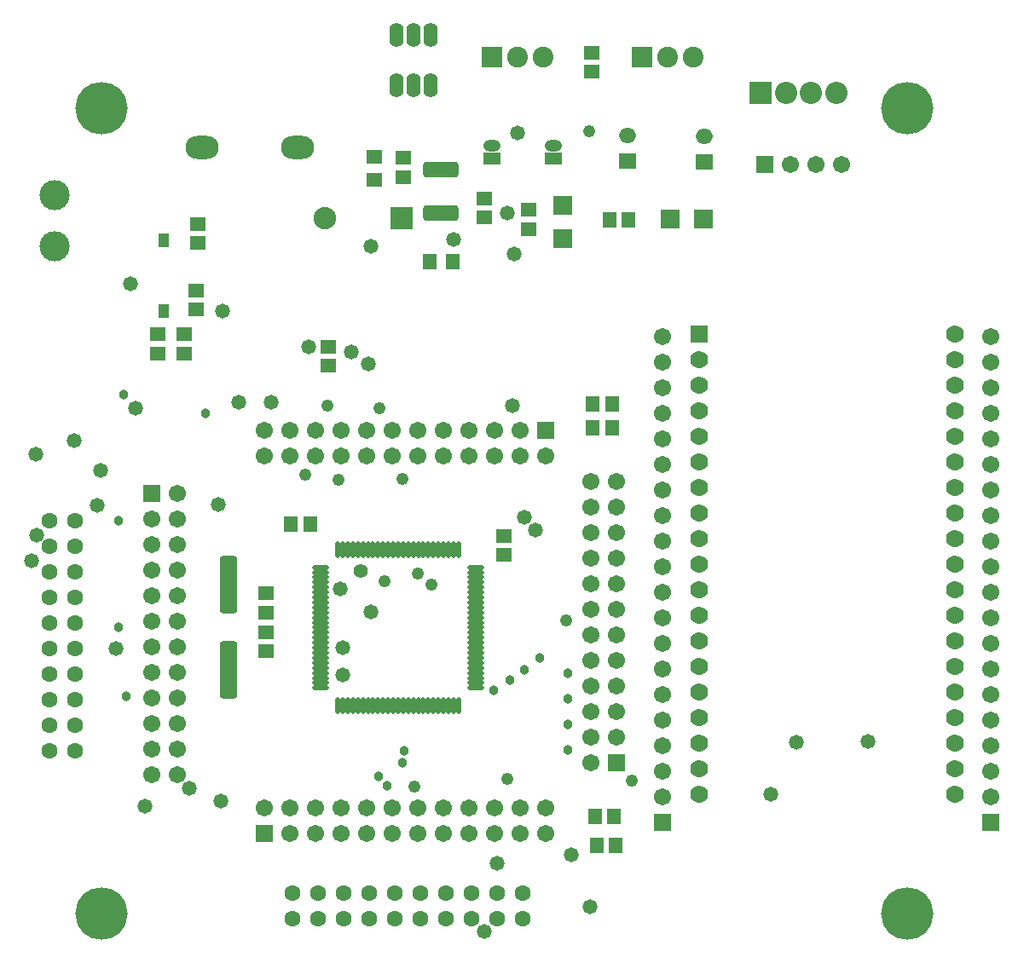
<source format=gts>
G04*
G04 #@! TF.GenerationSoftware,Altium Limited,Altium Designer,21.3.2 (30)*
G04*
G04 Layer_Color=8388736*
%FSTAX44Y44*%
%MOMM*%
G71*
G04*
G04 #@! TF.SameCoordinates,F8E9BDDD-FC12-4FEB-8D7F-7DE70A56B409*
G04*
G04*
G04 #@! TF.FilePolarity,Negative*
G04*
G01*
G75*
%ADD34R,1.4032X1.6032*%
G04:AMPARAMS|DCode=35|XSize=5.7032mm|YSize=1.7032mm|CornerRadius=0.2891mm|HoleSize=0mm|Usage=FLASHONLY|Rotation=90.000|XOffset=0mm|YOffset=0mm|HoleType=Round|Shape=RoundedRectangle|*
%AMROUNDEDRECTD35*
21,1,5.7032,1.1250,0,0,90.0*
21,1,5.1250,1.7032,0,0,90.0*
1,1,0.5782,0.5625,2.5625*
1,1,0.5782,0.5625,-2.5625*
1,1,0.5782,-0.5625,-2.5625*
1,1,0.5782,-0.5625,2.5625*
%
%ADD35ROUNDEDRECTD35*%
%ADD36R,1.6032X1.4032*%
%ADD37O,1.6532X0.5032*%
%ADD38O,0.5032X1.6532*%
%ADD39R,1.0032X1.4032*%
%ADD40R,1.6002X1.4732*%
%ADD41R,1.4732X1.6002*%
G04:AMPARAMS|DCode=42|XSize=1.5432mm|YSize=3.4932mm|CornerRadius=0.2691mm|HoleSize=0mm|Usage=FLASHONLY|Rotation=270.000|XOffset=0mm|YOffset=0mm|HoleType=Round|Shape=RoundedRectangle|*
%AMROUNDEDRECTD42*
21,1,1.5432,2.9550,0,0,270.0*
21,1,1.0050,3.4932,0,0,270.0*
1,1,0.5382,-1.4775,-0.5025*
1,1,0.5382,-1.4775,0.5025*
1,1,0.5382,1.4775,0.5025*
1,1,0.5382,1.4775,-0.5025*
%
%ADD42ROUNDEDRECTD42*%
%ADD43R,1.9032X1.9032*%
%ADD44R,1.9032X1.9032*%
%ADD45R,1.7032X1.2032*%
%ADD46O,1.7032X1.2032*%
%ADD47R,1.7032X1.5032*%
%ADD48O,1.7032X1.5032*%
%ADD49O,1.4032X2.4032*%
%ADD50R,2.0632X2.0632*%
%ADD51C,2.0632*%
%ADD52R,1.7032X1.7032*%
%ADD53C,1.7032*%
%ADD54R,1.7032X1.7032*%
%ADD55C,2.2352*%
%ADD56R,2.2352X2.2352*%
%ADD57C,1.7632*%
%ADD58R,1.7632X1.7632*%
%ADD59C,5.2032*%
%ADD60C,2.2032*%
%ADD61R,2.2032X2.2032*%
%ADD62C,1.6032*%
%ADD63C,2.9972*%
%ADD64O,3.3016X2.3016*%
%ADD65C,1.4732*%
%ADD66C,1.2192*%
%ADD67C,0.9652*%
%ADD68C,1.4032*%
D34*
X00296614Y00505206D02*
D03*
X00315614D02*
D03*
X00615334Y00624586D02*
D03*
X00596334D02*
D03*
X00612844Y00807112D02*
D03*
X00631844D02*
D03*
X00598786Y00215018D02*
D03*
X00617786D02*
D03*
X00600056Y00185808D02*
D03*
X00619056D02*
D03*
X00596334Y00600456D02*
D03*
X00615334D02*
D03*
D35*
X0023495Y0035987D02*
D03*
Y0044487D02*
D03*
D36*
X00271746Y00397856D02*
D03*
Y00378856D02*
D03*
X00271814Y00417044D02*
D03*
Y00436044D02*
D03*
X00507966Y00493326D02*
D03*
Y00474326D02*
D03*
X00202538Y00718034D02*
D03*
Y00737034D02*
D03*
X00203808Y00803074D02*
D03*
Y00784074D02*
D03*
X00408332Y00869026D02*
D03*
Y00850026D02*
D03*
X00532738Y00798264D02*
D03*
Y00817264D02*
D03*
X00488342Y00809606D02*
D03*
Y00828606D02*
D03*
X00594968Y00954474D02*
D03*
Y00973474D02*
D03*
X00164492Y00674766D02*
D03*
Y00693766D02*
D03*
X00190466D02*
D03*
Y00674766D02*
D03*
X00333348Y00681374D02*
D03*
Y00662374D02*
D03*
D37*
X003259Y0046215D02*
D03*
Y0045715D02*
D03*
Y0045215D02*
D03*
Y0044715D02*
D03*
Y0044215D02*
D03*
Y0043715D02*
D03*
Y0043215D02*
D03*
Y0042715D02*
D03*
Y0042215D02*
D03*
Y0041715D02*
D03*
Y0041215D02*
D03*
Y0040715D02*
D03*
Y0040215D02*
D03*
Y0039715D02*
D03*
Y0039215D02*
D03*
Y0038715D02*
D03*
Y0038215D02*
D03*
Y0037715D02*
D03*
Y0037215D02*
D03*
Y0036715D02*
D03*
Y0036215D02*
D03*
Y0035715D02*
D03*
Y0035215D02*
D03*
Y0034715D02*
D03*
Y0034215D02*
D03*
X004804D02*
D03*
Y0034715D02*
D03*
Y0035215D02*
D03*
Y0035715D02*
D03*
Y0036215D02*
D03*
Y0036715D02*
D03*
Y0037215D02*
D03*
Y0037715D02*
D03*
Y0038215D02*
D03*
Y0038715D02*
D03*
Y0039215D02*
D03*
Y0039715D02*
D03*
Y0040215D02*
D03*
Y0040715D02*
D03*
Y0041215D02*
D03*
Y0041715D02*
D03*
Y0042215D02*
D03*
Y0042715D02*
D03*
Y0043215D02*
D03*
Y0043715D02*
D03*
Y0044215D02*
D03*
Y0044715D02*
D03*
Y0045215D02*
D03*
Y0045715D02*
D03*
Y0046215D02*
D03*
D38*
X0034315Y003249D02*
D03*
X0034815D02*
D03*
X0035315D02*
D03*
X0035815D02*
D03*
X0036315D02*
D03*
X0036815D02*
D03*
X0037315D02*
D03*
X0037815D02*
D03*
X0038315D02*
D03*
X0038815D02*
D03*
X0039315D02*
D03*
X0039815D02*
D03*
X0040315D02*
D03*
X0040815D02*
D03*
X0041315D02*
D03*
X0041815D02*
D03*
X0042315D02*
D03*
X0042815D02*
D03*
X0043315D02*
D03*
X0043815D02*
D03*
X0044315D02*
D03*
X0044815D02*
D03*
X0045315D02*
D03*
X0045815D02*
D03*
X0046315D02*
D03*
Y004794D02*
D03*
X0045815D02*
D03*
X0045315D02*
D03*
X0044815D02*
D03*
X0044315D02*
D03*
X0043815D02*
D03*
X0043315D02*
D03*
X0042815D02*
D03*
X0042315D02*
D03*
X0041815D02*
D03*
X0041315D02*
D03*
X0040815D02*
D03*
X0040315D02*
D03*
X0039815D02*
D03*
X0039315D02*
D03*
X0038815D02*
D03*
X0038315D02*
D03*
X0037815D02*
D03*
X0037315D02*
D03*
X0036815D02*
D03*
X0036315D02*
D03*
X0035815D02*
D03*
X0035315D02*
D03*
X0034815D02*
D03*
X0034315D02*
D03*
D39*
X0017018Y0078662D02*
D03*
Y0071662D02*
D03*
D40*
X0037973Y0086995D02*
D03*
Y0084709D02*
D03*
D41*
X0043434Y0076581D02*
D03*
X004572D02*
D03*
D42*
X0044577Y0081407D02*
D03*
Y0085707D02*
D03*
D43*
X0056642Y0078868D02*
D03*
Y0082168D02*
D03*
D44*
X0070611Y0080772D02*
D03*
X0067311D02*
D03*
D45*
X00557226Y0086831D02*
D03*
X0049657Y0086831D02*
D03*
D46*
X00557226Y0088101D02*
D03*
X0049657Y0088101D02*
D03*
D47*
X0063119Y0086592D02*
D03*
X0070739Y0086487D02*
D03*
D48*
X0063119Y0089132D02*
D03*
X0070739Y0089027D02*
D03*
D49*
X0043532Y0094085D02*
D03*
X0041832D02*
D03*
X0040132D02*
D03*
Y0099085D02*
D03*
X0041832D02*
D03*
X0043532D02*
D03*
D50*
X0049657Y0096901D02*
D03*
X0064516D02*
D03*
D51*
X0052197D02*
D03*
X0054737D02*
D03*
X0067056D02*
D03*
X0069596D02*
D03*
D52*
X0066548Y0020828D02*
D03*
X0061976Y0026775D02*
D03*
X0099187Y0020828D02*
D03*
X0015875Y0053572D02*
D03*
D53*
X0066548Y0023368D02*
D03*
Y0025908D02*
D03*
Y0028448D02*
D03*
Y0030988D02*
D03*
Y0033528D02*
D03*
Y0036068D02*
D03*
Y0038608D02*
D03*
Y0041148D02*
D03*
Y0043688D02*
D03*
Y0046228D02*
D03*
Y0048768D02*
D03*
Y0051308D02*
D03*
Y0053848D02*
D03*
Y0056388D02*
D03*
Y0058928D02*
D03*
Y0061468D02*
D03*
Y0064008D02*
D03*
Y0066548D02*
D03*
Y0069088D02*
D03*
X0059436Y0054715D02*
D03*
X0061976D02*
D03*
X0059436Y0052175D02*
D03*
X0061976D02*
D03*
X0059436Y0049635D02*
D03*
X0061976D02*
D03*
X0059436Y0047095D02*
D03*
X0061976D02*
D03*
X0059436Y0044555D02*
D03*
X0061976D02*
D03*
X0059436Y0042015D02*
D03*
X0061976D02*
D03*
X0059436Y0039475D02*
D03*
X0061976D02*
D03*
X0059436Y0036935D02*
D03*
X0061976D02*
D03*
X0059436Y0034395D02*
D03*
X0061976D02*
D03*
X0059436Y0031855D02*
D03*
X0061976D02*
D03*
X0059436Y0029315D02*
D03*
X0061976D02*
D03*
X0059436Y0026775D02*
D03*
X0027051Y0057255D02*
D03*
Y0059795D02*
D03*
X0029591Y0057255D02*
D03*
Y0059795D02*
D03*
X0032131Y0057255D02*
D03*
Y0059795D02*
D03*
X0034671Y0057255D02*
D03*
Y0059795D02*
D03*
X0037211Y0057255D02*
D03*
Y0059795D02*
D03*
X0039751Y0057255D02*
D03*
Y0059795D02*
D03*
X0042291Y0057255D02*
D03*
Y0059795D02*
D03*
X0044831Y0057255D02*
D03*
Y0059795D02*
D03*
X0047371Y0057255D02*
D03*
Y0059795D02*
D03*
X0049911Y0057255D02*
D03*
Y0059795D02*
D03*
X0052451Y0057255D02*
D03*
Y0059795D02*
D03*
X0054991Y0057255D02*
D03*
X0099187Y0023368D02*
D03*
Y0025908D02*
D03*
Y0028448D02*
D03*
Y0030988D02*
D03*
Y0033528D02*
D03*
Y0036068D02*
D03*
Y0038608D02*
D03*
Y0041148D02*
D03*
Y0043688D02*
D03*
Y0046228D02*
D03*
Y0048768D02*
D03*
Y0051308D02*
D03*
Y0053848D02*
D03*
Y0056388D02*
D03*
Y0058928D02*
D03*
Y0061468D02*
D03*
Y0064008D02*
D03*
Y0066548D02*
D03*
Y0069088D02*
D03*
X00792462Y00862347D02*
D03*
X00817862D02*
D03*
X00843262D02*
D03*
X0018415Y0025632D02*
D03*
X0015875D02*
D03*
X0018415Y0028172D02*
D03*
X0015875D02*
D03*
X0018415Y0030712D02*
D03*
X0015875D02*
D03*
X0018415Y0033252D02*
D03*
X0015875D02*
D03*
X0018415Y0035792D02*
D03*
X0015875D02*
D03*
X0018415Y0038332D02*
D03*
X0015875D02*
D03*
X0018415Y0040872D02*
D03*
X0015875D02*
D03*
X0018415Y0043412D02*
D03*
X0015875D02*
D03*
X0018415Y0045952D02*
D03*
X0015875D02*
D03*
X0018415Y0048492D02*
D03*
X0015875D02*
D03*
X0018415Y0051032D02*
D03*
X0015875D02*
D03*
X0018415Y0053572D02*
D03*
X0027051Y002233D02*
D03*
X0029591Y001979D02*
D03*
Y002233D02*
D03*
X0032131Y001979D02*
D03*
Y002233D02*
D03*
X0034671Y001979D02*
D03*
Y002233D02*
D03*
X0037211Y001979D02*
D03*
Y002233D02*
D03*
X0039751Y001979D02*
D03*
Y002233D02*
D03*
X0042291Y001979D02*
D03*
Y002233D02*
D03*
X0044831Y001979D02*
D03*
Y002233D02*
D03*
X0047371Y001979D02*
D03*
Y002233D02*
D03*
X0049911Y001979D02*
D03*
Y002233D02*
D03*
X0052451Y001979D02*
D03*
Y002233D02*
D03*
X0054991Y001979D02*
D03*
Y002233D02*
D03*
D54*
Y0059795D02*
D03*
X00767063Y00862347D02*
D03*
X0027051Y001979D02*
D03*
D55*
X003302Y0080899D02*
D03*
D56*
X004064D02*
D03*
D57*
X0095631Y0023622D02*
D03*
Y0026162D02*
D03*
Y0028702D02*
D03*
Y0031242D02*
D03*
Y0033782D02*
D03*
Y0036322D02*
D03*
Y0038862D02*
D03*
Y0041402D02*
D03*
Y0043942D02*
D03*
Y0046482D02*
D03*
Y0049022D02*
D03*
Y0051562D02*
D03*
Y0054102D02*
D03*
Y0056642D02*
D03*
Y0059182D02*
D03*
Y0061722D02*
D03*
Y0064262D02*
D03*
Y0066802D02*
D03*
Y0069342D02*
D03*
X0070231Y0026162D02*
D03*
Y0028702D02*
D03*
Y0031242D02*
D03*
Y0033782D02*
D03*
Y0036322D02*
D03*
Y0038862D02*
D03*
Y0041402D02*
D03*
Y0043942D02*
D03*
Y0046482D02*
D03*
Y0049022D02*
D03*
Y0051562D02*
D03*
Y0054102D02*
D03*
Y0056642D02*
D03*
Y0059182D02*
D03*
Y0061722D02*
D03*
Y0064262D02*
D03*
Y0023622D02*
D03*
Y0066802D02*
D03*
D58*
Y0069342D02*
D03*
D59*
X0090889Y0011778D02*
D03*
Y0091778D02*
D03*
X0010889Y0011778D02*
D03*
Y0091778D02*
D03*
D60*
X008382Y0093345D02*
D03*
X008132D02*
D03*
X007882D02*
D03*
D61*
X007632D02*
D03*
D62*
X0052705Y0011281D02*
D03*
X0050165D02*
D03*
X0047625D02*
D03*
X0045085D02*
D03*
X0042545D02*
D03*
X0040005D02*
D03*
X0037465D02*
D03*
X0034925D02*
D03*
X0032385D02*
D03*
X0029845D02*
D03*
Y0013821D02*
D03*
D03*
D03*
X0052705D02*
D03*
X0050165D02*
D03*
X0047625D02*
D03*
X0045085D02*
D03*
X0042545D02*
D03*
X0040005D02*
D03*
X0037465D02*
D03*
X0034925D02*
D03*
X0032385D02*
D03*
X0029845D02*
D03*
D03*
X0005715Y002794D02*
D03*
D03*
Y003048D02*
D03*
Y003302D02*
D03*
Y003556D02*
D03*
Y00381D02*
D03*
Y004064D02*
D03*
Y004318D02*
D03*
Y004572D02*
D03*
Y004826D02*
D03*
Y00508D02*
D03*
Y002794D02*
D03*
D03*
D03*
X0008255D02*
D03*
Y003048D02*
D03*
Y003302D02*
D03*
Y003556D02*
D03*
Y00381D02*
D03*
Y004064D02*
D03*
Y004318D02*
D03*
Y004572D02*
D03*
Y004826D02*
D03*
Y00508D02*
D03*
D63*
X00062391Y0083185D02*
D03*
Y0078105D02*
D03*
D64*
X00208528Y0087884D02*
D03*
X00303529D02*
D03*
D65*
X0024511Y0062611D02*
D03*
X0004445Y0049414D02*
D03*
X0004318Y0057404D02*
D03*
X0057531Y0017653D02*
D03*
X0048895Y0010033D02*
D03*
X0052197Y0089386D02*
D03*
X0051689Y006223D02*
D03*
X0051816Y0077343D02*
D03*
X0045847Y007874D02*
D03*
X00511637Y00814251D02*
D03*
X0077343Y0023622D02*
D03*
X0079883Y0028807D02*
D03*
X0086995Y0028934D02*
D03*
X00593635Y00125185D02*
D03*
X00501713Y0016824D02*
D03*
X00151701Y00224397D02*
D03*
X0019558Y0024235D02*
D03*
X0022733Y0022965D02*
D03*
X0012319Y00381D02*
D03*
X0034798Y0038205D02*
D03*
X00348065Y00355295D02*
D03*
X0003937Y0046863D02*
D03*
X0010414Y0052324D02*
D03*
X0010795Y0055858D02*
D03*
X0022479Y0052451D02*
D03*
X0034544Y0044047D02*
D03*
X0037592Y0041783D02*
D03*
X0008128Y0058801D02*
D03*
X0013716Y00744D02*
D03*
X0014224Y0061976D02*
D03*
X002286Y0071628D02*
D03*
X0027686Y0062611D02*
D03*
X00314415Y00681445D02*
D03*
X0035687Y0067564D02*
D03*
X0037338Y0066421D02*
D03*
X0037592Y0078105D02*
D03*
X0053975Y0049911D02*
D03*
X0052832Y0051181D02*
D03*
D66*
X00635Y0025019D02*
D03*
X0059309Y0089535D02*
D03*
X0040767Y0054991D02*
D03*
X004191Y0024384D02*
D03*
X0051181Y0025146D02*
D03*
X0057023Y0040894D02*
D03*
X0031115Y0055372D02*
D03*
X0034417Y0054864D02*
D03*
X0038989Y0044831D02*
D03*
X0033274Y006223D02*
D03*
X0038481Y0061976D02*
D03*
X00436388Y00445278D02*
D03*
X0042291Y0045593D02*
D03*
D67*
X00383794Y00254D02*
D03*
X00392167Y00245373D02*
D03*
X0012573Y0040259D02*
D03*
X0013335Y0033401D02*
D03*
X0040767Y0026797D02*
D03*
X0040894Y002794D02*
D03*
X0049784Y0034014D02*
D03*
X0051435Y003503D02*
D03*
X0052832Y0036046D02*
D03*
X0054356Y0037189D02*
D03*
X005715Y0028045D02*
D03*
Y0030585D02*
D03*
Y0033125D02*
D03*
Y0035665D02*
D03*
X0012573Y00508D02*
D03*
X0013081Y0063373D02*
D03*
X0021209Y0061468D02*
D03*
D68*
X0036576Y0045825D02*
D03*
M02*

</source>
